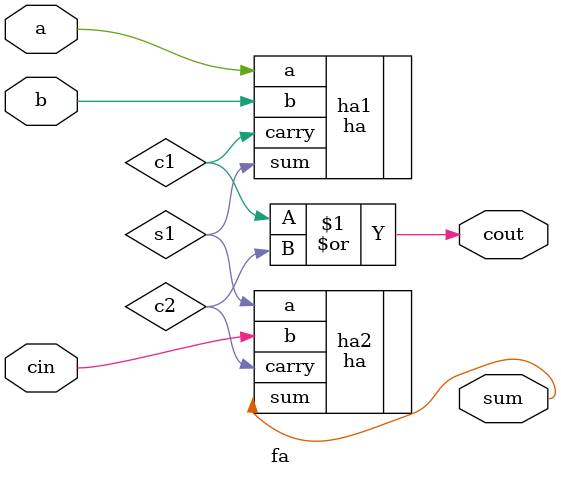
<source format=v>
`timescale 1ns / 1ps

module fa(input a, input b, input cin, output sum, output cout);
    wire s1, c1, c2;
    
    ha ha1 (.a(a), .b(b), .sum(s1), .carry(c1));
    ha ha2 (.a(s1), .b(cin), .sum(sum), .carry(c2));
    
    assign cout = c1 | c2; // Carry out
endmodule

</source>
